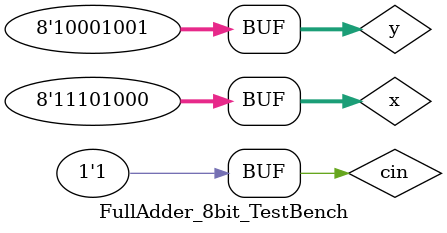
<source format=v>
module FullAdder_8bit_TestBench;

reg [7:0] x, y;
reg cin;
wire cout;
wire [7:0] ans;

FullAdder_8bit component1(x, y, cin, ans, cout);

initial begin

	$monitor ("x = %b, y = %b, cin = %b, cout = %b, ans = %b", x, y, cin, cout, ans);
	#70
	x = 8'b0000_0000;
	y = 8'b0000_0001;
	cin = 1'b1;
	#70
	x = 8'b0000_0010;
	y = 8'b0000_0011;
	cin = 1'b0;
	#70
	x = 8'b0000_0100;
	y = 8'b0000_0101;
	cin = 1'b1;
	#70
	x = 8'b0000_0110;
	y = 8'b0000_0111;
	cin = 1'b0;
	#70
	x = 8'b0000_1000;
	y = 8'b0000_1001;
	cin = 1'b1;
	#70
	x = 8'b0001_0000;
	y = 8'b0100_0111;
	cin = 1'b0;
	#70
	x = 8'b1010_1000;
	y = 8'b1000_1001;
	cin = 1'b1;
	#70
	x = 8'b0010_0110;
	y = 8'b1001_1111;
	cin = 1'b0;
	#70
	x = 8'b1110_1000;
	y = 8'b1000_1001;
	cin = 1'b1;
end
endmodule

</source>
